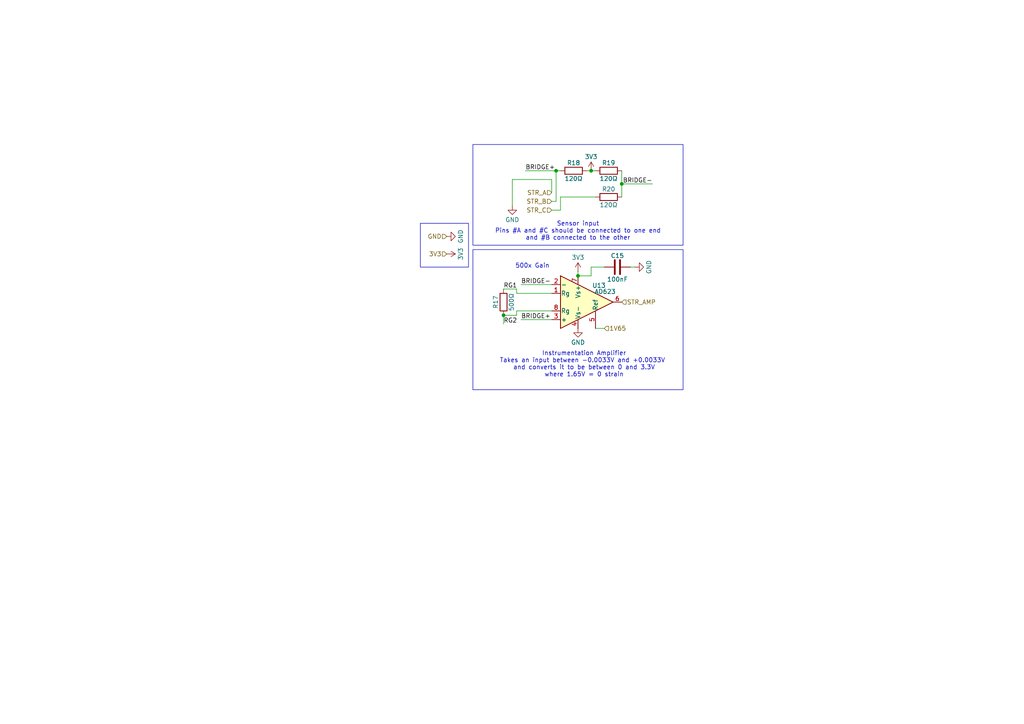
<source format=kicad_sch>
(kicad_sch
	(version 20231120)
	(generator "eeschema")
	(generator_version "8.0")
	(uuid "95315913-5271-4c7f-ae52-2a68043dab0f")
	(paper "A4")
	(title_block
		(date "27-09-2024")
		(rev "1.0.0")
	)
	(lib_symbols
		(symbol "Amplifier_Instrumentation:AD623"
			(pin_names
				(offset 0.127)
			)
			(exclude_from_sim no)
			(in_bom yes)
			(on_board yes)
			(property "Reference" "U"
				(at 3.81 7.62 0)
				(effects
					(font
						(size 1.27 1.27)
					)
				)
			)
			(property "Value" "AD623"
				(at 5.08 5.08 0)
				(effects
					(font
						(size 1.27 1.27)
					)
				)
			)
			(property "Footprint" ""
				(at 0 0 0)
				(effects
					(font
						(size 1.27 1.27)
					)
					(hide yes)
				)
			)
			(property "Datasheet" "https://www.analog.com/media/en/technical-documentation/data-sheets/AD623.pdf"
				(at 0 0 0)
				(effects
					(font
						(size 1.27 1.27)
					)
					(hide yes)
				)
			)
			(property "Description" "Single Rail-to-Rail, Low Cost Instrumentation Amplifier, DIP-8/SOIC-8/MSOP-8"
				(at 0 0 0)
				(effects
					(font
						(size 1.27 1.27)
					)
					(hide yes)
				)
			)
			(property "ki_keywords" "single instumentation amplifier"
				(at 0 0 0)
				(effects
					(font
						(size 1.27 1.27)
					)
					(hide yes)
				)
			)
			(property "ki_fp_filters" "SOIC*P1.27mm* DIP*W7.62mm*"
				(at 0 0 0)
				(effects
					(font
						(size 1.27 1.27)
					)
					(hide yes)
				)
			)
			(symbol "AD623_0_1"
				(polyline
					(pts
						(xy -7.62 7.62) (xy -7.62 -7.62) (xy 7.62 0) (xy -7.62 7.62)
					)
					(stroke
						(width 0.254)
						(type default)
					)
					(fill
						(type background)
					)
				)
			)
			(symbol "AD623_1_1"
				(pin passive line
					(at -10.16 2.54 0)
					(length 2.54)
					(name "Rg"
						(effects
							(font
								(size 1.27 1.27)
							)
						)
					)
					(number "1"
						(effects
							(font
								(size 1.27 1.27)
							)
						)
					)
				)
				(pin input line
					(at -10.16 5.08 0)
					(length 2.54)
					(name "-"
						(effects
							(font
								(size 1.27 1.27)
							)
						)
					)
					(number "2"
						(effects
							(font
								(size 1.27 1.27)
							)
						)
					)
				)
				(pin input line
					(at -10.16 -5.08 0)
					(length 2.54)
					(name "+"
						(effects
							(font
								(size 1.27 1.27)
							)
						)
					)
					(number "3"
						(effects
							(font
								(size 1.27 1.27)
							)
						)
					)
				)
				(pin power_in line
					(at -2.54 -7.62 90)
					(length 2.54)
					(name "Vs-"
						(effects
							(font
								(size 1.27 1.27)
							)
						)
					)
					(number "4"
						(effects
							(font
								(size 1.27 1.27)
							)
						)
					)
				)
				(pin passive line
					(at 2.54 -7.62 90)
					(length 5.08)
					(name "Ref"
						(effects
							(font
								(size 1.27 1.27)
							)
						)
					)
					(number "5"
						(effects
							(font
								(size 1.27 1.27)
							)
						)
					)
				)
				(pin output line
					(at 10.16 0 180)
					(length 2.54)
					(name "~"
						(effects
							(font
								(size 1.27 1.27)
							)
						)
					)
					(number "6"
						(effects
							(font
								(size 1.27 1.27)
							)
						)
					)
				)
				(pin power_in line
					(at -2.54 7.62 270)
					(length 2.54)
					(name "Vs+"
						(effects
							(font
								(size 1.27 1.27)
							)
						)
					)
					(number "7"
						(effects
							(font
								(size 1.27 1.27)
							)
						)
					)
				)
				(pin passive line
					(at -10.16 -2.54 0)
					(length 2.54)
					(name "Rg"
						(effects
							(font
								(size 1.27 1.27)
							)
						)
					)
					(number "8"
						(effects
							(font
								(size 1.27 1.27)
							)
						)
					)
				)
			)
		)
		(symbol "Device:C"
			(pin_numbers hide)
			(pin_names
				(offset 0.254)
			)
			(exclude_from_sim no)
			(in_bom yes)
			(on_board yes)
			(property "Reference" "C"
				(at 0.635 2.54 0)
				(effects
					(font
						(size 1.27 1.27)
					)
					(justify left)
				)
			)
			(property "Value" "C"
				(at 0.635 -2.54 0)
				(effects
					(font
						(size 1.27 1.27)
					)
					(justify left)
				)
			)
			(property "Footprint" ""
				(at 0.9652 -3.81 0)
				(effects
					(font
						(size 1.27 1.27)
					)
					(hide yes)
				)
			)
			(property "Datasheet" "~"
				(at 0 0 0)
				(effects
					(font
						(size 1.27 1.27)
					)
					(hide yes)
				)
			)
			(property "Description" "Unpolarized capacitor"
				(at 0 0 0)
				(effects
					(font
						(size 1.27 1.27)
					)
					(hide yes)
				)
			)
			(property "ki_keywords" "cap capacitor"
				(at 0 0 0)
				(effects
					(font
						(size 1.27 1.27)
					)
					(hide yes)
				)
			)
			(property "ki_fp_filters" "C_*"
				(at 0 0 0)
				(effects
					(font
						(size 1.27 1.27)
					)
					(hide yes)
				)
			)
			(symbol "C_0_1"
				(polyline
					(pts
						(xy -2.032 -0.762) (xy 2.032 -0.762)
					)
					(stroke
						(width 0.508)
						(type default)
					)
					(fill
						(type none)
					)
				)
				(polyline
					(pts
						(xy -2.032 0.762) (xy 2.032 0.762)
					)
					(stroke
						(width 0.508)
						(type default)
					)
					(fill
						(type none)
					)
				)
			)
			(symbol "C_1_1"
				(pin passive line
					(at 0 3.81 270)
					(length 2.794)
					(name "~"
						(effects
							(font
								(size 1.27 1.27)
							)
						)
					)
					(number "1"
						(effects
							(font
								(size 1.27 1.27)
							)
						)
					)
				)
				(pin passive line
					(at 0 -3.81 90)
					(length 2.794)
					(name "~"
						(effects
							(font
								(size 1.27 1.27)
							)
						)
					)
					(number "2"
						(effects
							(font
								(size 1.27 1.27)
							)
						)
					)
				)
			)
		)
		(symbol "Device:R"
			(pin_numbers hide)
			(pin_names
				(offset 0)
			)
			(exclude_from_sim no)
			(in_bom yes)
			(on_board yes)
			(property "Reference" "R"
				(at 2.032 0 90)
				(effects
					(font
						(size 1.27 1.27)
					)
				)
			)
			(property "Value" "R"
				(at 0 0 90)
				(effects
					(font
						(size 1.27 1.27)
					)
				)
			)
			(property "Footprint" ""
				(at -1.778 0 90)
				(effects
					(font
						(size 1.27 1.27)
					)
					(hide yes)
				)
			)
			(property "Datasheet" "~"
				(at 0 0 0)
				(effects
					(font
						(size 1.27 1.27)
					)
					(hide yes)
				)
			)
			(property "Description" "Resistor"
				(at 0 0 0)
				(effects
					(font
						(size 1.27 1.27)
					)
					(hide yes)
				)
			)
			(property "ki_keywords" "R res resistor"
				(at 0 0 0)
				(effects
					(font
						(size 1.27 1.27)
					)
					(hide yes)
				)
			)
			(property "ki_fp_filters" "R_*"
				(at 0 0 0)
				(effects
					(font
						(size 1.27 1.27)
					)
					(hide yes)
				)
			)
			(symbol "R_0_1"
				(rectangle
					(start -1.016 -2.54)
					(end 1.016 2.54)
					(stroke
						(width 0.254)
						(type default)
					)
					(fill
						(type none)
					)
				)
			)
			(symbol "R_1_1"
				(pin passive line
					(at 0 3.81 270)
					(length 1.27)
					(name "~"
						(effects
							(font
								(size 1.27 1.27)
							)
						)
					)
					(number "1"
						(effects
							(font
								(size 1.27 1.27)
							)
						)
					)
				)
				(pin passive line
					(at 0 -3.81 90)
					(length 1.27)
					(name "~"
						(effects
							(font
								(size 1.27 1.27)
							)
						)
					)
					(number "2"
						(effects
							(font
								(size 1.27 1.27)
							)
						)
					)
				)
			)
		)
		(symbol "power:+12V"
			(power)
			(pin_numbers hide)
			(pin_names
				(offset 0) hide)
			(exclude_from_sim no)
			(in_bom yes)
			(on_board yes)
			(property "Reference" "#PWR"
				(at 0 -3.81 0)
				(effects
					(font
						(size 1.27 1.27)
					)
					(hide yes)
				)
			)
			(property "Value" "+12V"
				(at 0 3.556 0)
				(effects
					(font
						(size 1.27 1.27)
					)
				)
			)
			(property "Footprint" ""
				(at 0 0 0)
				(effects
					(font
						(size 1.27 1.27)
					)
					(hide yes)
				)
			)
			(property "Datasheet" ""
				(at 0 0 0)
				(effects
					(font
						(size 1.27 1.27)
					)
					(hide yes)
				)
			)
			(property "Description" "Power symbol creates a global label with name \"+12V\""
				(at 0 0 0)
				(effects
					(font
						(size 1.27 1.27)
					)
					(hide yes)
				)
			)
			(property "ki_keywords" "global power"
				(at 0 0 0)
				(effects
					(font
						(size 1.27 1.27)
					)
					(hide yes)
				)
			)
			(symbol "+12V_0_1"
				(polyline
					(pts
						(xy -0.762 1.27) (xy 0 2.54)
					)
					(stroke
						(width 0)
						(type default)
					)
					(fill
						(type none)
					)
				)
				(polyline
					(pts
						(xy 0 0) (xy 0 2.54)
					)
					(stroke
						(width 0)
						(type default)
					)
					(fill
						(type none)
					)
				)
				(polyline
					(pts
						(xy 0 2.54) (xy 0.762 1.27)
					)
					(stroke
						(width 0)
						(type default)
					)
					(fill
						(type none)
					)
				)
			)
			(symbol "+12V_1_1"
				(pin power_in line
					(at 0 0 90)
					(length 0)
					(name "~"
						(effects
							(font
								(size 1.27 1.27)
							)
						)
					)
					(number "1"
						(effects
							(font
								(size 1.27 1.27)
							)
						)
					)
				)
			)
		)
		(symbol "power:GND"
			(power)
			(pin_numbers hide)
			(pin_names
				(offset 0) hide)
			(exclude_from_sim no)
			(in_bom yes)
			(on_board yes)
			(property "Reference" "#PWR"
				(at 0 -6.35 0)
				(effects
					(font
						(size 1.27 1.27)
					)
					(hide yes)
				)
			)
			(property "Value" "GND"
				(at 0 -3.81 0)
				(effects
					(font
						(size 1.27 1.27)
					)
				)
			)
			(property "Footprint" ""
				(at 0 0 0)
				(effects
					(font
						(size 1.27 1.27)
					)
					(hide yes)
				)
			)
			(property "Datasheet" ""
				(at 0 0 0)
				(effects
					(font
						(size 1.27 1.27)
					)
					(hide yes)
				)
			)
			(property "Description" "Power symbol creates a global label with name \"GND\" , ground"
				(at 0 0 0)
				(effects
					(font
						(size 1.27 1.27)
					)
					(hide yes)
				)
			)
			(property "ki_keywords" "global power"
				(at 0 0 0)
				(effects
					(font
						(size 1.27 1.27)
					)
					(hide yes)
				)
			)
			(symbol "GND_0_1"
				(polyline
					(pts
						(xy 0 0) (xy 0 -1.27) (xy 1.27 -1.27) (xy 0 -2.54) (xy -1.27 -1.27) (xy 0 -1.27)
					)
					(stroke
						(width 0)
						(type default)
					)
					(fill
						(type none)
					)
				)
			)
			(symbol "GND_1_1"
				(pin power_in line
					(at 0 0 270)
					(length 0)
					(name "~"
						(effects
							(font
								(size 1.27 1.27)
							)
						)
					)
					(number "1"
						(effects
							(font
								(size 1.27 1.27)
							)
						)
					)
				)
			)
		)
	)
	(junction
		(at 171.45 49.53)
		(diameter 0)
		(color 0 0 0 0)
		(uuid "2705c6b2-ef8b-4ba0-a207-53ec4cfa7a85")
	)
	(junction
		(at 161.29 49.53)
		(diameter 0)
		(color 0 0 0 0)
		(uuid "3cec3439-6811-4261-84b8-a3981a06ef34")
	)
	(junction
		(at 180.34 53.34)
		(diameter 0)
		(color 0 0 0 0)
		(uuid "6f025ae3-0722-48fe-a7e1-c695978fcfc9")
	)
	(junction
		(at 146.05 91.44)
		(diameter 0)
		(color 0 0 0 0)
		(uuid "906cbe49-7862-473a-969b-8d0184988fee")
	)
	(junction
		(at 167.64 80.01)
		(diameter 0)
		(color 0 0 0 0)
		(uuid "e2a124fb-7c47-4a62-9320-600d47b24de9")
	)
	(wire
		(pts
			(xy 151.13 92.71) (xy 160.02 92.71)
		)
		(stroke
			(width 0)
			(type default)
		)
		(uuid "124b99c7-1743-4c44-b1ac-c249ac14db87")
	)
	(wire
		(pts
			(xy 149.86 90.17) (xy 160.02 90.17)
		)
		(stroke
			(width 0)
			(type default)
		)
		(uuid "1ca02230-2c0e-47aa-8378-ebcafc34f587")
	)
	(wire
		(pts
			(xy 161.29 58.42) (xy 161.29 49.53)
		)
		(stroke
			(width 0)
			(type default)
		)
		(uuid "1ead52a5-e82e-491c-9e7e-c1894a4248c4")
	)
	(wire
		(pts
			(xy 148.59 52.07) (xy 148.59 59.69)
		)
		(stroke
			(width 0)
			(type default)
		)
		(uuid "254b7550-5a07-4e10-95b5-ee8e0c98cfc4")
	)
	(wire
		(pts
			(xy 151.13 82.55) (xy 160.02 82.55)
		)
		(stroke
			(width 0)
			(type default)
		)
		(uuid "2a7ee400-60e1-461a-a03f-77764521929f")
	)
	(wire
		(pts
			(xy 180.34 53.34) (xy 189.23 53.34)
		)
		(stroke
			(width 0)
			(type default)
		)
		(uuid "35fb04ec-106c-4fe6-bc47-37ff8fd2c544")
	)
	(wire
		(pts
			(xy 160.02 52.07) (xy 160.02 55.88)
		)
		(stroke
			(width 0)
			(type default)
		)
		(uuid "3f2e6233-d185-4397-9e23-72c83d24180f")
	)
	(wire
		(pts
			(xy 146.05 91.44) (xy 149.86 91.44)
		)
		(stroke
			(width 0)
			(type default)
		)
		(uuid "47bcd291-cb03-4378-b18f-9ae94d084fc4")
	)
	(wire
		(pts
			(xy 149.86 85.09) (xy 149.86 83.82)
		)
		(stroke
			(width 0)
			(type default)
		)
		(uuid "51753acc-b327-4da1-8d6b-950a2f54b6ec")
	)
	(wire
		(pts
			(xy 180.34 53.34) (xy 180.34 57.15)
		)
		(stroke
			(width 0)
			(type default)
		)
		(uuid "529a5f20-757e-4fe7-9f46-c6e8a4a69cfd")
	)
	(wire
		(pts
			(xy 149.86 91.44) (xy 149.86 90.17)
		)
		(stroke
			(width 0)
			(type default)
		)
		(uuid "5312a075-aae4-4563-adc2-a9d79d3be8fa")
	)
	(wire
		(pts
			(xy 160.02 52.07) (xy 148.59 52.07)
		)
		(stroke
			(width 0)
			(type default)
		)
		(uuid "59f21da7-385f-469d-9ea6-e637d43b9167")
	)
	(wire
		(pts
			(xy 170.18 49.53) (xy 171.45 49.53)
		)
		(stroke
			(width 0)
			(type default)
		)
		(uuid "60694ab8-68ab-4443-b6a8-cd3ed17a7cdc")
	)
	(wire
		(pts
			(xy 161.29 49.53) (xy 162.56 49.53)
		)
		(stroke
			(width 0)
			(type default)
		)
		(uuid "6fae627a-7c25-47e7-a4e9-b4d9bd13d5f8")
	)
	(wire
		(pts
			(xy 149.86 83.82) (xy 146.05 83.82)
		)
		(stroke
			(width 0)
			(type default)
		)
		(uuid "70215d76-dd9a-4292-8931-59d81e09735a")
	)
	(wire
		(pts
			(xy 171.45 77.47) (xy 171.45 80.01)
		)
		(stroke
			(width 0)
			(type default)
		)
		(uuid "7352f6db-d158-49f7-88b5-bac4b326d375")
	)
	(wire
		(pts
			(xy 162.56 60.96) (xy 160.02 60.96)
		)
		(stroke
			(width 0)
			(type default)
		)
		(uuid "80b21045-196c-472d-8431-5ec1dc49cf0e")
	)
	(wire
		(pts
			(xy 162.56 57.15) (xy 172.72 57.15)
		)
		(stroke
			(width 0)
			(type default)
		)
		(uuid "928d38ef-3572-4c93-8d99-fae0e37168e1")
	)
	(wire
		(pts
			(xy 172.72 95.25) (xy 175.26 95.25)
		)
		(stroke
			(width 0)
			(type default)
		)
		(uuid "9460f559-950a-4ac7-81f5-0410d8fec359")
	)
	(wire
		(pts
			(xy 171.45 80.01) (xy 167.64 80.01)
		)
		(stroke
			(width 0)
			(type default)
		)
		(uuid "9b98634c-fdb8-405f-989b-e819862482b6")
	)
	(wire
		(pts
			(xy 180.34 49.53) (xy 180.34 53.34)
		)
		(stroke
			(width 0)
			(type default)
		)
		(uuid "b80493aa-ba42-4254-9b08-85b884cc20c7")
	)
	(wire
		(pts
			(xy 184.15 77.47) (xy 182.88 77.47)
		)
		(stroke
			(width 0)
			(type default)
		)
		(uuid "bd04ca85-3ebb-4aba-85cd-3a2a3538ef49")
	)
	(wire
		(pts
			(xy 171.45 49.53) (xy 172.72 49.53)
		)
		(stroke
			(width 0)
			(type default)
		)
		(uuid "c2207799-0a91-4150-866b-33c89e840b8f")
	)
	(wire
		(pts
			(xy 146.05 91.44) (xy 146.05 93.98)
		)
		(stroke
			(width 0)
			(type default)
		)
		(uuid "c5766b1f-7f8e-40ca-8075-5d8bd4278f2d")
	)
	(wire
		(pts
			(xy 152.4 49.53) (xy 161.29 49.53)
		)
		(stroke
			(width 0)
			(type default)
		)
		(uuid "d0579a1f-a029-4a23-99e9-6ff2ad5bec51")
	)
	(wire
		(pts
			(xy 167.64 78.74) (xy 167.64 80.01)
		)
		(stroke
			(width 0)
			(type default)
		)
		(uuid "d14c4eba-067a-4e8a-aac8-e9b50ca7b9fd")
	)
	(wire
		(pts
			(xy 160.02 58.42) (xy 161.29 58.42)
		)
		(stroke
			(width 0)
			(type default)
		)
		(uuid "d59bbcca-a690-4a7c-a88a-300773e6d880")
	)
	(wire
		(pts
			(xy 149.86 85.09) (xy 160.02 85.09)
		)
		(stroke
			(width 0)
			(type default)
		)
		(uuid "e1b733c5-36bc-4ce7-8db0-92c3b8431b07")
	)
	(wire
		(pts
			(xy 171.45 77.47) (xy 175.26 77.47)
		)
		(stroke
			(width 0)
			(type default)
		)
		(uuid "e63ba159-4db9-4f21-a004-ee635f8598f0")
	)
	(wire
		(pts
			(xy 162.56 57.15) (xy 162.56 60.96)
		)
		(stroke
			(width 0)
			(type default)
		)
		(uuid "f8c9244e-f889-4689-b6b3-cb337eba2de0")
	)
	(rectangle
		(start 121.92 64.77)
		(end 135.89 77.47)
		(stroke
			(width 0)
			(type default)
		)
		(fill
			(type none)
		)
		(uuid 17b613ea-e65e-489b-8f72-d61a859bab0c)
	)
	(rectangle
		(start 137.16 72.39)
		(end 198.12 113.03)
		(stroke
			(width 0)
			(type default)
		)
		(fill
			(type none)
		)
		(uuid 937e454b-98fd-415e-a33e-4c2111d6fa0f)
	)
	(rectangle
		(start 137.16 41.91)
		(end 198.12 71.12)
		(stroke
			(width 0)
			(type default)
		)
		(fill
			(type none)
		)
		(uuid a0e495ba-ce97-4540-ad54-95b7313defd6)
	)
	(text "Instrumentation Amplifier\nTakes an input between -0.0033V and +0.0033V \nand converts it to be between 0 and 3.3V\nwhere 1.65V = 0 strain"
		(exclude_from_sim no)
		(at 169.418 105.664 0)
		(effects
			(font
				(size 1.27 1.27)
			)
		)
		(uuid "2ddb45c0-4d7f-4147-b8c1-8a5b88035401")
	)
	(text "500x Gain"
		(exclude_from_sim no)
		(at 154.432 77.216 0)
		(effects
			(font
				(size 1.27 1.27)
			)
		)
		(uuid "7ff10e13-3e2e-4740-8754-805ea3094e37")
	)
	(text "Sensor input\nPins #A and #C should be connected to one end\nand #B connected to the other"
		(exclude_from_sim no)
		(at 167.64 67.056 0)
		(effects
			(font
				(size 1.27 1.27)
			)
		)
		(uuid "a0b9a3a3-9cca-49ed-9992-b6cde2a983ed")
	)
	(label "BRIDGE+"
		(at 151.13 92.71 0)
		(effects
			(font
				(size 1.27 1.27)
			)
			(justify left bottom)
		)
		(uuid "14a1fcf8-0c34-4196-8260-3b1952b6774c")
	)
	(label "BRIDGE-"
		(at 189.23 53.34 180)
		(effects
			(font
				(size 1.27 1.27)
			)
			(justify right bottom)
		)
		(uuid "1727f7b3-95d4-4550-a76c-6ecb15c6b7af")
	)
	(label "RG2"
		(at 146.05 93.98 0)
		(effects
			(font
				(size 1.27 1.27)
			)
			(justify left bottom)
		)
		(uuid "19af6d22-0e29-4c4d-9402-0e87824c14ec")
	)
	(label "BRIDGE+"
		(at 152.4 49.53 0)
		(effects
			(font
				(size 1.27 1.27)
			)
			(justify left bottom)
		)
		(uuid "2b874314-47b0-4234-b1b2-d6e5f1489627")
	)
	(label "RG1"
		(at 146.05 83.82 0)
		(effects
			(font
				(size 1.27 1.27)
			)
			(justify left bottom)
		)
		(uuid "5c4b9e53-14ab-485d-abd5-1692a361dfd2")
	)
	(label "BRIDGE-"
		(at 151.13 82.55 0)
		(effects
			(font
				(size 1.27 1.27)
			)
			(justify left bottom)
		)
		(uuid "af360a14-80d5-4789-9a5e-8800787aa0bb")
	)
	(hierarchical_label "1V65"
		(shape input)
		(at 175.26 95.25 0)
		(effects
			(font
				(size 1.27 1.27)
			)
			(justify left)
		)
		(uuid "27f5a238-0b55-48c6-97cb-f8d98b2cd504")
	)
	(hierarchical_label "STR_AMP"
		(shape input)
		(at 180.34 87.63 0)
		(effects
			(font
				(size 1.27 1.27)
			)
			(justify left)
		)
		(uuid "428656dd-18e2-4355-984e-8519055efc92")
	)
	(hierarchical_label "STR_A"
		(shape input)
		(at 160.02 55.88 180)
		(effects
			(font
				(size 1.27 1.27)
			)
			(justify right)
		)
		(uuid "6c577222-d950-499f-b091-bcfc47307494")
	)
	(hierarchical_label "STR_B"
		(shape input)
		(at 160.02 58.42 180)
		(effects
			(font
				(size 1.27 1.27)
			)
			(justify right)
		)
		(uuid "80cdd0ce-b0f5-4186-a44a-51864a95efdd")
	)
	(hierarchical_label "3V3"
		(shape input)
		(at 129.54 73.66 180)
		(effects
			(font
				(size 1.27 1.27)
			)
			(justify right)
		)
		(uuid "8da18e18-acaa-4237-b660-e8860dbed5c7")
	)
	(hierarchical_label "STR_C"
		(shape input)
		(at 160.02 60.96 180)
		(effects
			(font
				(size 1.27 1.27)
			)
			(justify right)
		)
		(uuid "a031a003-50ac-4631-840e-0abb06155c40")
	)
	(hierarchical_label "GND"
		(shape input)
		(at 129.54 68.58 180)
		(effects
			(font
				(size 1.27 1.27)
			)
			(justify right)
		)
		(uuid "ea712340-4d4c-477e-826d-2f3f2a4ff7db")
	)
	(symbol
		(lib_id "Device:C")
		(at 179.07 77.47 270)
		(mirror x)
		(unit 1)
		(exclude_from_sim no)
		(in_bom yes)
		(on_board yes)
		(dnp no)
		(uuid "154e0f9e-f458-49f1-a20d-3e7d7d9bac23")
		(property "Reference" "C15"
			(at 179.07 74.168 90)
			(effects
				(font
					(size 1.27 1.27)
				)
			)
		)
		(property "Value" "100nF"
			(at 179.07 81.026 90)
			(effects
				(font
					(size 1.27 1.27)
				)
			)
		)
		(property "Footprint" "Capacitor_SMD:C_0603_1608Metric"
			(at 175.26 76.5048 0)
			(effects
				(font
					(size 1.27 1.27)
				)
				(hide yes)
			)
		)
		(property "Datasheet" "~"
			(at 179.07 77.47 0)
			(effects
				(font
					(size 1.27 1.27)
				)
				(hide yes)
			)
		)
		(property "Description" "Unpolarized capacitor"
			(at 179.07 77.47 0)
			(effects
				(font
					(size 1.27 1.27)
				)
				(hide yes)
			)
		)
		(pin "2"
			(uuid "04dbddec-642d-4f95-be61-7ab57e2b1df6")
		)
		(pin "1"
			(uuid "6da985cb-5348-4c0b-a075-f24ead24ba57")
		)
		(instances
			(project ""
				(path "/0ca2cb63-0696-4fd2-a673-96bebc3f6d80/0af1faf4-1135-4320-b6d2-efef838d8180"
					(reference "C15")
					(unit 1)
				)
				(path "/0ca2cb63-0696-4fd2-a673-96bebc3f6d80/1d860569-38e8-4348-83a3-2047226f23fd"
					(reference "C19")
					(unit 1)
				)
				(path "/0ca2cb63-0696-4fd2-a673-96bebc3f6d80/1e530378-627a-417d-a871-da04d12ee521"
					(reference "C12")
					(unit 1)
				)
				(path "/0ca2cb63-0696-4fd2-a673-96bebc3f6d80/23d7ea5d-fc0f-4869-ba3b-8f3df4952496"
					(reference "C18")
					(unit 1)
				)
				(path "/0ca2cb63-0696-4fd2-a673-96bebc3f6d80/766fe88d-3c18-4522-b521-a27ca1bbfc05"
					(reference "C16")
					(unit 1)
				)
				(path "/0ca2cb63-0696-4fd2-a673-96bebc3f6d80/acc4cee2-17fd-49d4-a81f-33f70a1e312c"
					(reference "C10")
					(unit 1)
				)
				(path "/0ca2cb63-0696-4fd2-a673-96bebc3f6d80/addb9b66-ce74-4e2e-9a55-3f248efed21f"
					(reference "C14")
					(unit 1)
				)
				(path "/0ca2cb63-0696-4fd2-a673-96bebc3f6d80/c7cee751-5dfe-47fe-bc00-7a65d61a2883"
					(reference "C21")
					(unit 1)
				)
				(path "/0ca2cb63-0696-4fd2-a673-96bebc3f6d80/c8b8145d-9114-47d1-af6d-0004729958f1"
					(reference "C20")
					(unit 1)
				)
				(path "/0ca2cb63-0696-4fd2-a673-96bebc3f6d80/cd7d39df-e1ed-4d96-b0a8-3d5ab623c586"
					(reference "C13")
					(unit 1)
				)
				(path "/0ca2cb63-0696-4fd2-a673-96bebc3f6d80/e8cafef5-f779-42ae-b6d5-1550ede50252"
					(reference "C11")
					(unit 1)
				)
				(path "/0ca2cb63-0696-4fd2-a673-96bebc3f6d80/f2622416-9d1e-4cb0-960d-e48b9548ec9c"
					(reference "C17")
					(unit 1)
				)
			)
		)
	)
	(symbol
		(lib_id "Amplifier_Instrumentation:AD623")
		(at 170.18 87.63 0)
		(unit 1)
		(exclude_from_sim no)
		(in_bom yes)
		(on_board yes)
		(dnp no)
		(uuid "2b325c85-9b15-4606-8d53-0c031bd442b5")
		(property "Reference" "U13"
			(at 173.736 82.804 0)
			(effects
				(font
					(size 1.27 1.27)
				)
			)
		)
		(property "Value" "AD623"
			(at 175.514 84.582 0)
			(effects
				(font
					(size 1.27 1.27)
				)
			)
		)
		(property "Footprint" "Package_SO:MSOP-8_3x3mm_P0.65mm"
			(at 170.18 87.63 0)
			(effects
				(font
					(size 1.27 1.27)
				)
				(hide yes)
			)
		)
		(property "Datasheet" "https://www.analog.com/media/en/technical-documentation/data-sheets/AD623.pdf"
			(at 170.18 87.63 0)
			(effects
				(font
					(size 1.27 1.27)
				)
				(hide yes)
			)
		)
		(property "Description" "Single Rail-to-Rail, Low Cost Instrumentation Amplifier, DIP-8/SOIC-8/MSOP-8"
			(at 170.18 87.63 0)
			(effects
				(font
					(size 1.27 1.27)
				)
				(hide yes)
			)
		)
		(property "Sim.Library" "lib\\ad623\\ad623.cir"
			(at 170.18 87.63 0)
			(effects
				(font
					(size 1.27 1.27)
				)
				(hide yes)
			)
		)
		(property "Sim.Name" "AD623"
			(at 170.18 87.63 0)
			(effects
				(font
					(size 1.27 1.27)
				)
				(hide yes)
			)
		)
		(property "Sim.Device" "SUBCKT"
			(at 170.18 87.63 0)
			(effects
				(font
					(size 1.27 1.27)
				)
				(hide yes)
			)
		)
		(property "Sim.Pins" "1=Rg+ 2=IN- 3=IN+ 4=50 5=REF 6=OUT 7=99 8=Rg-"
			(at 170.18 87.63 0)
			(effects
				(font
					(size 1.27 1.27)
				)
				(hide yes)
			)
		)
		(pin "4"
			(uuid "b2545e8a-86c8-4ad6-92c8-1a626d67823b")
		)
		(pin "2"
			(uuid "06391e5f-c4d9-4b7c-9cb9-025ded090259")
		)
		(pin "1"
			(uuid "f110ea7e-9bca-45ce-958f-e3275d73c800")
		)
		(pin "8"
			(uuid "718646c1-3177-4e49-9fc6-ce376ff8f447")
		)
		(pin "6"
			(uuid "1620e8ad-0fd4-4e8f-ba83-0332bd00c420")
		)
		(pin "7"
			(uuid "d33df6dc-3632-4a43-8350-ef699df396ae")
		)
		(pin "3"
			(uuid "8ff7f0e7-ce4d-4b11-af20-5771897d67bc")
		)
		(pin "5"
			(uuid "9111ffaa-993f-46ea-92a8-2510923d0dfa")
		)
		(instances
			(project "sensor-board"
				(path "/0ca2cb63-0696-4fd2-a673-96bebc3f6d80/0af1faf4-1135-4320-b6d2-efef838d8180"
					(reference "U13")
					(unit 1)
				)
				(path "/0ca2cb63-0696-4fd2-a673-96bebc3f6d80/1d860569-38e8-4348-83a3-2047226f23fd"
					(reference "U17")
					(unit 1)
				)
				(path "/0ca2cb63-0696-4fd2-a673-96bebc3f6d80/1e530378-627a-417d-a871-da04d12ee521"
					(reference "U10")
					(unit 1)
				)
				(path "/0ca2cb63-0696-4fd2-a673-96bebc3f6d80/23d7ea5d-fc0f-4869-ba3b-8f3df4952496"
					(reference "U16")
					(unit 1)
				)
				(path "/0ca2cb63-0696-4fd2-a673-96bebc3f6d80/766fe88d-3c18-4522-b521-a27ca1bbfc05"
					(reference "U14")
					(unit 1)
				)
				(path "/0ca2cb63-0696-4fd2-a673-96bebc3f6d80/acc4cee2-17fd-49d4-a81f-33f70a1e312c"
					(reference "U7")
					(unit 1)
				)
				(path "/0ca2cb63-0696-4fd2-a673-96bebc3f6d80/addb9b66-ce74-4e2e-9a55-3f248efed21f"
					(reference "U12")
					(unit 1)
				)
				(path "/0ca2cb63-0696-4fd2-a673-96bebc3f6d80/c7cee751-5dfe-47fe-bc00-7a65d61a2883"
					(reference "U19")
					(unit 1)
				)
				(path "/0ca2cb63-0696-4fd2-a673-96bebc3f6d80/c8b8145d-9114-47d1-af6d-0004729958f1"
					(reference "U18")
					(unit 1)
				)
				(path "/0ca2cb63-0696-4fd2-a673-96bebc3f6d80/cd7d39df-e1ed-4d96-b0a8-3d5ab623c586"
					(reference "U11")
					(unit 1)
				)
				(path "/0ca2cb63-0696-4fd2-a673-96bebc3f6d80/e8cafef5-f779-42ae-b6d5-1550ede50252"
					(reference "U9")
					(unit 1)
				)
				(path "/0ca2cb63-0696-4fd2-a673-96bebc3f6d80/f2622416-9d1e-4cb0-960d-e48b9548ec9c"
					(reference "U15")
					(unit 1)
				)
			)
		)
	)
	(symbol
		(lib_id "power:GND")
		(at 148.59 59.69 0)
		(unit 1)
		(exclude_from_sim no)
		(in_bom yes)
		(on_board yes)
		(dnp no)
		(uuid "4104ee6f-b069-4379-9688-64e539786f62")
		(property "Reference" "#PWR057"
			(at 148.59 66.04 0)
			(effects
				(font
					(size 1.27 1.27)
				)
				(hide yes)
			)
		)
		(property "Value" "GND"
			(at 148.59 63.754 0)
			(effects
				(font
					(size 1.27 1.27)
				)
			)
		)
		(property "Footprint" ""
			(at 148.59 59.69 0)
			(effects
				(font
					(size 1.27 1.27)
				)
				(hide yes)
			)
		)
		(property "Datasheet" ""
			(at 148.59 59.69 0)
			(effects
				(font
					(size 1.27 1.27)
				)
				(hide yes)
			)
		)
		(property "Description" "Power symbol creates a global label with name \"GND\" , ground"
			(at 148.59 59.69 0)
			(effects
				(font
					(size 1.27 1.27)
				)
				(hide yes)
			)
		)
		(pin "1"
			(uuid "73bce687-e60e-48ad-b085-5f02c9d05551")
		)
		(instances
			(project "sensor-board"
				(path "/0ca2cb63-0696-4fd2-a673-96bebc3f6d80/0af1faf4-1135-4320-b6d2-efef838d8180"
					(reference "#PWR057")
					(unit 1)
				)
				(path "/0ca2cb63-0696-4fd2-a673-96bebc3f6d80/1d860569-38e8-4348-83a3-2047226f23fd"
					(reference "#PWR081")
					(unit 1)
				)
				(path "/0ca2cb63-0696-4fd2-a673-96bebc3f6d80/1e530378-627a-417d-a871-da04d12ee521"
					(reference "#PWR014")
					(unit 1)
				)
				(path "/0ca2cb63-0696-4fd2-a673-96bebc3f6d80/23d7ea5d-fc0f-4869-ba3b-8f3df4952496"
					(reference "#PWR075")
					(unit 1)
				)
				(path "/0ca2cb63-0696-4fd2-a673-96bebc3f6d80/766fe88d-3c18-4522-b521-a27ca1bbfc05"
					(reference "#PWR063")
					(unit 1)
				)
				(path "/0ca2cb63-0696-4fd2-a673-96bebc3f6d80/acc4cee2-17fd-49d4-a81f-33f70a1e312c"
					(reference "#PWR044")
					(unit 1)
				)
				(path "/0ca2cb63-0696-4fd2-a673-96bebc3f6d80/addb9b66-ce74-4e2e-9a55-3f248efed21f"
					(reference "#PWR050")
					(unit 1)
				)
				(path "/0ca2cb63-0696-4fd2-a673-96bebc3f6d80/c7cee751-5dfe-47fe-bc00-7a65d61a2883"
					(reference "#PWR093")
					(unit 1)
				)
				(path "/0ca2cb63-0696-4fd2-a673-96bebc3f6d80/c8b8145d-9114-47d1-af6d-0004729958f1"
					(reference "#PWR087")
					(unit 1)
				)
				(path "/0ca2cb63-0696-4fd2-a673-96bebc3f6d80/cd7d39df-e1ed-4d96-b0a8-3d5ab623c586"
					(reference "#PWR020")
					(unit 1)
				)
				(path "/0ca2cb63-0696-4fd2-a673-96bebc3f6d80/e8cafef5-f779-42ae-b6d5-1550ede50252"
					(reference "#PWR08")
					(unit 1)
				)
				(path "/0ca2cb63-0696-4fd2-a673-96bebc3f6d80/f2622416-9d1e-4cb0-960d-e48b9548ec9c"
					(reference "#PWR069")
					(unit 1)
				)
			)
		)
	)
	(symbol
		(lib_id "Device:R")
		(at 146.05 87.63 0)
		(mirror x)
		(unit 1)
		(exclude_from_sim no)
		(in_bom yes)
		(on_board yes)
		(dnp no)
		(uuid "5736054d-6471-4d9b-b075-775d2ad7dc44")
		(property "Reference" "R17"
			(at 143.764 87.63 90)
			(effects
				(font
					(size 1.27 1.27)
				)
			)
		)
		(property "Value" "500Ω"
			(at 148.336 87.63 90)
			(effects
				(font
					(size 1.27 1.27)
				)
			)
		)
		(property "Footprint" "Resistor_SMD:R_0603_1608Metric"
			(at 144.272 87.63 90)
			(effects
				(font
					(size 1.27 1.27)
				)
				(hide yes)
			)
		)
		(property "Datasheet" "~"
			(at 146.05 87.63 0)
			(effects
				(font
					(size 1.27 1.27)
				)
				(hide yes)
			)
		)
		(property "Description" "Resistor"
			(at 146.05 87.63 0)
			(effects
				(font
					(size 1.27 1.27)
				)
				(hide yes)
			)
		)
		(pin "2"
			(uuid "04b43736-285c-4ddd-9c29-58c7944d05b0")
		)
		(pin "1"
			(uuid "a7d7c600-ef4c-43d9-8bf8-df446efdaa83")
		)
		(instances
			(project "sensor-board"
				(path "/0ca2cb63-0696-4fd2-a673-96bebc3f6d80/0af1faf4-1135-4320-b6d2-efef838d8180"
					(reference "R17")
					(unit 1)
				)
				(path "/0ca2cb63-0696-4fd2-a673-96bebc3f6d80/1d860569-38e8-4348-83a3-2047226f23fd"
					(reference "R33")
					(unit 1)
				)
				(path "/0ca2cb63-0696-4fd2-a673-96bebc3f6d80/1e530378-627a-417d-a871-da04d12ee521"
					(reference "R5")
					(unit 1)
				)
				(path "/0ca2cb63-0696-4fd2-a673-96bebc3f6d80/23d7ea5d-fc0f-4869-ba3b-8f3df4952496"
					(reference "R29")
					(unit 1)
				)
				(path "/0ca2cb63-0696-4fd2-a673-96bebc3f6d80/766fe88d-3c18-4522-b521-a27ca1bbfc05"
					(reference "R21")
					(unit 1)
				)
				(path "/0ca2cb63-0696-4fd2-a673-96bebc3f6d80/acc4cee2-17fd-49d4-a81f-33f70a1e312c"
					(reference "R42")
					(unit 1)
				)
				(path "/0ca2cb63-0696-4fd2-a673-96bebc3f6d80/addb9b66-ce74-4e2e-9a55-3f248efed21f"
					(reference "R13")
					(unit 1)
				)
				(path "/0ca2cb63-0696-4fd2-a673-96bebc3f6d80/c7cee751-5dfe-47fe-bc00-7a65d61a2883"
					(reference "R53")
					(unit 1)
				)
				(path "/0ca2cb63-0696-4fd2-a673-96bebc3f6d80/c8b8145d-9114-47d1-af6d-0004729958f1"
					(reference "R49")
					(unit 1)
				)
				(path "/0ca2cb63-0696-4fd2-a673-96bebc3f6d80/cd7d39df-e1ed-4d96-b0a8-3d5ab623c586"
					(reference "R9")
					(unit 1)
				)
				(path "/0ca2cb63-0696-4fd2-a673-96bebc3f6d80/e8cafef5-f779-42ae-b6d5-1550ede50252"
					(reference "R1")
					(unit 1)
				)
				(path "/0ca2cb63-0696-4fd2-a673-96bebc3f6d80/f2622416-9d1e-4cb0-960d-e48b9548ec9c"
					(reference "R25")
					(unit 1)
				)
			)
		)
	)
	(symbol
		(lib_id "power:GND")
		(at 129.54 68.58 90)
		(unit 1)
		(exclude_from_sim no)
		(in_bom yes)
		(on_board yes)
		(dnp no)
		(uuid "85119684-4d5e-444a-8bd3-fd79ceeda26d")
		(property "Reference" "#PWR055"
			(at 135.89 68.58 0)
			(effects
				(font
					(size 1.27 1.27)
				)
				(hide yes)
			)
		)
		(property "Value" "GND"
			(at 133.604 68.58 0)
			(effects
				(font
					(size 1.27 1.27)
				)
			)
		)
		(property "Footprint" ""
			(at 129.54 68.58 0)
			(effects
				(font
					(size 1.27 1.27)
				)
				(hide yes)
			)
		)
		(property "Datasheet" ""
			(at 129.54 68.58 0)
			(effects
				(font
					(size 1.27 1.27)
				)
				(hide yes)
			)
		)
		(property "Description" "Power symbol creates a global label with name \"GND\" , ground"
			(at 129.54 68.58 0)
			(effects
				(font
					(size 1.27 1.27)
				)
				(hide yes)
			)
		)
		(pin "1"
			(uuid "218afc3e-3ff8-45de-8be0-08484a5f9e6f")
		)
		(instances
			(project "sensor-board"
				(path "/0ca2cb63-0696-4fd2-a673-96bebc3f6d80/0af1faf4-1135-4320-b6d2-efef838d8180"
					(reference "#PWR055")
					(unit 1)
				)
				(path "/0ca2cb63-0696-4fd2-a673-96bebc3f6d80/1d860569-38e8-4348-83a3-2047226f23fd"
					(reference "#PWR079")
					(unit 1)
				)
				(path "/0ca2cb63-0696-4fd2-a673-96bebc3f6d80/1e530378-627a-417d-a871-da04d12ee521"
					(reference "#PWR012")
					(unit 1)
				)
				(path "/0ca2cb63-0696-4fd2-a673-96bebc3f6d80/23d7ea5d-fc0f-4869-ba3b-8f3df4952496"
					(reference "#PWR073")
					(unit 1)
				)
				(path "/0ca2cb63-0696-4fd2-a673-96bebc3f6d80/766fe88d-3c18-4522-b521-a27ca1bbfc05"
					(reference "#PWR061")
					(unit 1)
				)
				(path "/0ca2cb63-0696-4fd2-a673-96bebc3f6d80/acc4cee2-17fd-49d4-a81f-33f70a1e312c"
					(reference "#PWR052")
					(unit 1)
				)
				(path "/0ca2cb63-0696-4fd2-a673-96bebc3f6d80/addb9b66-ce74-4e2e-9a55-3f248efed21f"
					(reference "#PWR026")
					(unit 1)
				)
				(path "/0ca2cb63-0696-4fd2-a673-96bebc3f6d80/c7cee751-5dfe-47fe-bc00-7a65d61a2883"
					(reference "#PWR091")
					(unit 1)
				)
				(path "/0ca2cb63-0696-4fd2-a673-96bebc3f6d80/c8b8145d-9114-47d1-af6d-0004729958f1"
					(reference "#PWR085")
					(unit 1)
				)
				(path "/0ca2cb63-0696-4fd2-a673-96bebc3f6d80/cd7d39df-e1ed-4d96-b0a8-3d5ab623c586"
					(reference "#PWR018")
					(unit 1)
				)
				(path "/0ca2cb63-0696-4fd2-a673-96bebc3f6d80/e8cafef5-f779-42ae-b6d5-1550ede50252"
					(reference "#PWR06")
					(unit 1)
				)
				(path "/0ca2cb63-0696-4fd2-a673-96bebc3f6d80/f2622416-9d1e-4cb0-960d-e48b9548ec9c"
					(reference "#PWR067")
					(unit 1)
				)
			)
		)
	)
	(symbol
		(lib_id "power:+12V")
		(at 167.64 78.74 0)
		(unit 1)
		(exclude_from_sim no)
		(in_bom yes)
		(on_board yes)
		(dnp no)
		(uuid "9b349ac6-8caa-4079-b782-dcb84e251713")
		(property "Reference" "#PWR058"
			(at 167.64 82.55 0)
			(effects
				(font
					(size 1.27 1.27)
				)
				(hide yes)
			)
		)
		(property "Value" "3V3"
			(at 167.64 74.676 0)
			(effects
				(font
					(size 1.27 1.27)
				)
			)
		)
		(property "Footprint" ""
			(at 167.64 78.74 0)
			(effects
				(font
					(size 1.27 1.27)
				)
				(hide yes)
			)
		)
		(property "Datasheet" ""
			(at 167.64 78.74 0)
			(effects
				(font
					(size 1.27 1.27)
				)
				(hide yes)
			)
		)
		(property "Description" "Power symbol creates a global label with name \"+12V\""
			(at 167.64 78.74 0)
			(effects
				(font
					(size 1.27 1.27)
				)
				(hide yes)
			)
		)
		(pin "1"
			(uuid "242e874c-5ab9-4263-9901-32198e05237a")
		)
		(instances
			(project "sensor-board"
				(path "/0ca2cb63-0696-4fd2-a673-96bebc3f6d80/0af1faf4-1135-4320-b6d2-efef838d8180"
					(reference "#PWR058")
					(unit 1)
				)
				(path "/0ca2cb63-0696-4fd2-a673-96bebc3f6d80/1d860569-38e8-4348-83a3-2047226f23fd"
					(reference "#PWR082")
					(unit 1)
				)
				(path "/0ca2cb63-0696-4fd2-a673-96bebc3f6d80/1e530378-627a-417d-a871-da04d12ee521"
					(reference "#PWR015")
					(unit 1)
				)
				(path "/0ca2cb63-0696-4fd2-a673-96bebc3f6d80/23d7ea5d-fc0f-4869-ba3b-8f3df4952496"
					(reference "#PWR076")
					(unit 1)
				)
				(path "/0ca2cb63-0696-4fd2-a673-96bebc3f6d80/766fe88d-3c18-4522-b521-a27ca1bbfc05"
					(reference "#PWR064")
					(unit 1)
				)
				(path "/0ca2cb63-0696-4fd2-a673-96bebc3f6d80/acc4cee2-17fd-49d4-a81f-33f70a1e312c"
					(reference "#PWR045")
					(unit 1)
				)
				(path "/0ca2cb63-0696-4fd2-a673-96bebc3f6d80/addb9b66-ce74-4e2e-9a55-3f248efed21f"
					(reference "#PWR051")
					(unit 1)
				)
				(path "/0ca2cb63-0696-4fd2-a673-96bebc3f6d80/c7cee751-5dfe-47fe-bc00-7a65d61a2883"
					(reference "#PWR094")
					(unit 1)
				)
				(path "/0ca2cb63-0696-4fd2-a673-96bebc3f6d80/c8b8145d-9114-47d1-af6d-0004729958f1"
					(reference "#PWR088")
					(unit 1)
				)
				(path "/0ca2cb63-0696-4fd2-a673-96bebc3f6d80/cd7d39df-e1ed-4d96-b0a8-3d5ab623c586"
					(reference "#PWR021")
					(unit 1)
				)
				(path "/0ca2cb63-0696-4fd2-a673-96bebc3f6d80/e8cafef5-f779-42ae-b6d5-1550ede50252"
					(reference "#PWR09")
					(unit 1)
				)
				(path "/0ca2cb63-0696-4fd2-a673-96bebc3f6d80/f2622416-9d1e-4cb0-960d-e48b9548ec9c"
					(reference "#PWR070")
					(unit 1)
				)
			)
		)
	)
	(symbol
		(lib_id "Device:R")
		(at 166.37 49.53 90)
		(mirror x)
		(unit 1)
		(exclude_from_sim no)
		(in_bom yes)
		(on_board yes)
		(dnp no)
		(uuid "a8962e3f-09e5-496a-8e2d-4e04b1bdb386")
		(property "Reference" "R18"
			(at 166.37 47.244 90)
			(effects
				(font
					(size 1.27 1.27)
				)
			)
		)
		(property "Value" "120Ω"
			(at 166.37 51.816 90)
			(effects
				(font
					(size 1.27 1.27)
				)
			)
		)
		(property "Footprint" "Resistor_SMD:R_0603_1608Metric"
			(at 166.37 47.752 90)
			(effects
				(font
					(size 1.27 1.27)
				)
				(hide yes)
			)
		)
		(property "Datasheet" "~"
			(at 166.37 49.53 0)
			(effects
				(font
					(size 1.27 1.27)
				)
				(hide yes)
			)
		)
		(property "Description" "Resistor"
			(at 166.37 49.53 0)
			(effects
				(font
					(size 1.27 1.27)
				)
				(hide yes)
			)
		)
		(pin "2"
			(uuid "81c5528a-804f-45e4-a1c9-d54655878381")
		)
		(pin "1"
			(uuid "00b861f6-5368-45a8-8625-fff37be954ab")
		)
		(instances
			(project "sensor-board"
				(path "/0ca2cb63-0696-4fd2-a673-96bebc3f6d80/0af1faf4-1135-4320-b6d2-efef838d8180"
					(reference "R18")
					(unit 1)
				)
				(path "/0ca2cb63-0696-4fd2-a673-96bebc3f6d80/1d860569-38e8-4348-83a3-2047226f23fd"
					(reference "R34")
					(unit 1)
				)
				(path "/0ca2cb63-0696-4fd2-a673-96bebc3f6d80/1e530378-627a-417d-a871-da04d12ee521"
					(reference "R6")
					(unit 1)
				)
				(path "/0ca2cb63-0696-4fd2-a673-96bebc3f6d80/23d7ea5d-fc0f-4869-ba3b-8f3df4952496"
					(reference "R30")
					(unit 1)
				)
				(path "/0ca2cb63-0696-4fd2-a673-96bebc3f6d80/766fe88d-3c18-4522-b521-a27ca1bbfc05"
					(reference "R22")
					(unit 1)
				)
				(path "/0ca2cb63-0696-4fd2-a673-96bebc3f6d80/acc4cee2-17fd-49d4-a81f-33f70a1e312c"
					(reference "R46")
					(unit 1)
				)
				(path "/0ca2cb63-0696-4fd2-a673-96bebc3f6d80/addb9b66-ce74-4e2e-9a55-3f248efed21f"
					(reference "R14")
					(unit 1)
				)
				(path "/0ca2cb63-0696-4fd2-a673-96bebc3f6d80/c7cee751-5dfe-47fe-bc00-7a65d61a2883"
					(reference "R54")
					(unit 1)
				)
				(path "/0ca2cb63-0696-4fd2-a673-96bebc3f6d80/c8b8145d-9114-47d1-af6d-0004729958f1"
					(reference "R50")
					(unit 1)
				)
				(path "/0ca2cb63-0696-4fd2-a673-96bebc3f6d80/cd7d39df-e1ed-4d96-b0a8-3d5ab623c586"
					(reference "R10")
					(unit 1)
				)
				(path "/0ca2cb63-0696-4fd2-a673-96bebc3f6d80/e8cafef5-f779-42ae-b6d5-1550ede50252"
					(reference "R2")
					(unit 1)
				)
				(path "/0ca2cb63-0696-4fd2-a673-96bebc3f6d80/f2622416-9d1e-4cb0-960d-e48b9548ec9c"
					(reference "R26")
					(unit 1)
				)
			)
		)
	)
	(symbol
		(lib_id "Device:R")
		(at 176.53 57.15 90)
		(mirror x)
		(unit 1)
		(exclude_from_sim no)
		(in_bom yes)
		(on_board yes)
		(dnp no)
		(uuid "adb15bdd-2cfd-4c03-8ee3-8e1a9afd57f1")
		(property "Reference" "R20"
			(at 176.53 54.864 90)
			(effects
				(font
					(size 1.27 1.27)
				)
			)
		)
		(property "Value" "120Ω"
			(at 176.53 59.436 90)
			(effects
				(font
					(size 1.27 1.27)
				)
			)
		)
		(property "Footprint" "Resistor_SMD:R_0603_1608Metric"
			(at 176.53 55.372 90)
			(effects
				(font
					(size 1.27 1.27)
				)
				(hide yes)
			)
		)
		(property "Datasheet" "~"
			(at 176.53 57.15 0)
			(effects
				(font
					(size 1.27 1.27)
				)
				(hide yes)
			)
		)
		(property "Description" "Resistor"
			(at 176.53 57.15 0)
			(effects
				(font
					(size 1.27 1.27)
				)
				(hide yes)
			)
		)
		(pin "2"
			(uuid "76664a4f-5c18-4186-b286-d6ed6bbd1839")
		)
		(pin "1"
			(uuid "311f4505-27be-47ae-b3af-aa084634fd44")
		)
		(instances
			(project "sensor-board"
				(path "/0ca2cb63-0696-4fd2-a673-96bebc3f6d80/0af1faf4-1135-4320-b6d2-efef838d8180"
					(reference "R20")
					(unit 1)
				)
				(path "/0ca2cb63-0696-4fd2-a673-96bebc3f6d80/1d860569-38e8-4348-83a3-2047226f23fd"
					(reference "R36")
					(unit 1)
				)
				(path "/0ca2cb63-0696-4fd2-a673-96bebc3f6d80/1e530378-627a-417d-a871-da04d12ee521"
					(reference "R8")
					(unit 1)
				)
				(path "/0ca2cb63-0696-4fd2-a673-96bebc3f6d80/23d7ea5d-fc0f-4869-ba3b-8f3df4952496"
					(reference "R32")
					(unit 1)
				)
				(path "/0ca2cb63-0696-4fd2-a673-96bebc3f6d80/766fe88d-3c18-4522-b521-a27ca1bbfc05"
					(reference "R24")
					(unit 1)
				)
				(path "/0ca2cb63-0696-4fd2-a673-96bebc3f6d80/acc4cee2-17fd-49d4-a81f-33f70a1e312c"
					(reference "R48")
					(unit 1)
				)
				(path "/0ca2cb63-0696-4fd2-a673-96bebc3f6d80/addb9b66-ce74-4e2e-9a55-3f248efed21f"
					(reference "R16")
					(unit 1)
				)
				(path "/0ca2cb63-0696-4fd2-a673-96bebc3f6d80/c7cee751-5dfe-47fe-bc00-7a65d61a2883"
					(reference "R56")
					(unit 1)
				)
				(path "/0ca2cb63-0696-4fd2-a673-96bebc3f6d80/c8b8145d-9114-47d1-af6d-0004729958f1"
					(reference "R52")
					(unit 1)
				)
				(path "/0ca2cb63-0696-4fd2-a673-96bebc3f6d80/cd7d39df-e1ed-4d96-b0a8-3d5ab623c586"
					(reference "R12")
					(unit 1)
				)
				(path "/0ca2cb63-0696-4fd2-a673-96bebc3f6d80/e8cafef5-f779-42ae-b6d5-1550ede50252"
					(reference "R4")
					(unit 1)
				)
				(path "/0ca2cb63-0696-4fd2-a673-96bebc3f6d80/f2622416-9d1e-4cb0-960d-e48b9548ec9c"
					(reference "R28")
					(unit 1)
				)
			)
		)
	)
	(symbol
		(lib_id "power:+12V")
		(at 171.45 49.53 0)
		(unit 1)
		(exclude_from_sim no)
		(in_bom yes)
		(on_board yes)
		(dnp no)
		(uuid "b3c8e21b-f545-49f7-ad8f-dd3725af6e62")
		(property "Reference" "#PWR060"
			(at 171.45 53.34 0)
			(effects
				(font
					(size 1.27 1.27)
				)
				(hide yes)
			)
		)
		(property "Value" "3V3"
			(at 171.45 45.466 0)
			(effects
				(font
					(size 1.27 1.27)
				)
			)
		)
		(property "Footprint" ""
			(at 171.45 49.53 0)
			(effects
				(font
					(size 1.27 1.27)
				)
				(hide yes)
			)
		)
		(property "Datasheet" ""
			(at 171.45 49.53 0)
			(effects
				(font
					(size 1.27 1.27)
				)
				(hide yes)
			)
		)
		(property "Description" "Power symbol creates a global label with name \"+12V\""
			(at 171.45 49.53 0)
			(effects
				(font
					(size 1.27 1.27)
				)
				(hide yes)
			)
		)
		(pin "1"
			(uuid "b45c75e9-d432-498a-83c6-15260ba0e5a0")
		)
		(instances
			(project "sensor-board"
				(path "/0ca2cb63-0696-4fd2-a673-96bebc3f6d80/0af1faf4-1135-4320-b6d2-efef838d8180"
					(reference "#PWR060")
					(unit 1)
				)
				(path "/0ca2cb63-0696-4fd2-a673-96bebc3f6d80/1d860569-38e8-4348-83a3-2047226f23fd"
					(reference "#PWR084")
					(unit 1)
				)
				(path "/0ca2cb63-0696-4fd2-a673-96bebc3f6d80/1e530378-627a-417d-a871-da04d12ee521"
					(reference "#PWR017")
					(unit 1)
				)
				(path "/0ca2cb63-0696-4fd2-a673-96bebc3f6d80/23d7ea5d-fc0f-4869-ba3b-8f3df4952496"
					(reference "#PWR078")
					(unit 1)
				)
				(path "/0ca2cb63-0696-4fd2-a673-96bebc3f6d80/766fe88d-3c18-4522-b521-a27ca1bbfc05"
					(reference "#PWR066")
					(unit 1)
				)
				(path "/0ca2cb63-0696-4fd2-a673-96bebc3f6d80/acc4cee2-17fd-49d4-a81f-33f70a1e312c"
					(reference "#PWR047")
					(unit 1)
				)
				(path "/0ca2cb63-0696-4fd2-a673-96bebc3f6d80/addb9b66-ce74-4e2e-9a55-3f248efed21f"
					(reference "#PWR054")
					(unit 1)
				)
				(path "/0ca2cb63-0696-4fd2-a673-96bebc3f6d80/c7cee751-5dfe-47fe-bc00-7a65d61a2883"
					(reference "#PWR096")
					(unit 1)
				)
				(path "/0ca2cb63-0696-4fd2-a673-96bebc3f6d80/c8b8145d-9114-47d1-af6d-0004729958f1"
					(reference "#PWR090")
					(unit 1)
				)
				(path "/0ca2cb63-0696-4fd2-a673-96bebc3f6d80/cd7d39df-e1ed-4d96-b0a8-3d5ab623c586"
					(reference "#PWR023")
					(unit 1)
				)
				(path "/0ca2cb63-0696-4fd2-a673-96bebc3f6d80/e8cafef5-f779-42ae-b6d5-1550ede50252"
					(reference "#PWR011")
					(unit 1)
				)
				(path "/0ca2cb63-0696-4fd2-a673-96bebc3f6d80/f2622416-9d1e-4cb0-960d-e48b9548ec9c"
					(reference "#PWR072")
					(unit 1)
				)
			)
		)
	)
	(symbol
		(lib_id "Device:R")
		(at 176.53 49.53 90)
		(mirror x)
		(unit 1)
		(exclude_from_sim no)
		(in_bom yes)
		(on_board yes)
		(dnp no)
		(uuid "ddd394d4-1763-48f5-ae0d-efe2d276ed43")
		(property "Reference" "R19"
			(at 176.53 47.244 90)
			(effects
				(font
					(size 1.27 1.27)
				)
			)
		)
		(property "Value" "120Ω"
			(at 176.53 51.816 90)
			(effects
				(font
					(size 1.27 1.27)
				)
			)
		)
		(property "Footprint" "Resistor_SMD:R_0603_1608Metric"
			(at 176.53 47.752 90)
			(effects
				(font
					(size 1.27 1.27)
				)
				(hide yes)
			)
		)
		(property "Datasheet" "~"
			(at 176.53 49.53 0)
			(effects
				(font
					(size 1.27 1.27)
				)
				(hide yes)
			)
		)
		(property "Description" "Resistor"
			(at 176.53 49.53 0)
			(effects
				(font
					(size 1.27 1.27)
				)
				(hide yes)
			)
		)
		(pin "2"
			(uuid "2c8ffbae-09b6-4fe9-a5fc-d126cc5f5c32")
		)
		(pin "1"
			(uuid "e8ea534b-e20c-42bf-95db-ab67f1d80f18")
		)
		(instances
			(project "sensor-board"
				(path "/0ca2cb63-0696-4fd2-a673-96bebc3f6d80/0af1faf4-1135-4320-b6d2-efef838d8180"
					(reference "R19")
					(unit 1)
				)
				(path "/0ca2cb63-0696-4fd2-a673-96bebc3f6d80/1d860569-38e8-4348-83a3-2047226f23fd"
					(reference "R35")
					(unit 1)
				)
				(path "/0ca2cb63-0696-4fd2-a673-96bebc3f6d80/1e530378-627a-417d-a871-da04d12ee521"
					(reference "R7")
					(unit 1)
				)
				(path "/0ca2cb63-0696-4fd2-a673-96bebc3f6d80/23d7ea5d-fc0f-4869-ba3b-8f3df4952496"
					(reference "R31")
					(unit 1)
				)
				(path "/0ca2cb63-0696-4fd2-a673-96bebc3f6d80/766fe88d-3c18-4522-b521-a27ca1bbfc05"
					(reference "R23")
					(unit 1)
				)
				(path "/0ca2cb63-0696-4fd2-a673-96bebc3f6d80/acc4cee2-17fd-49d4-a81f-33f70a1e312c"
					(reference "R47")
					(unit 1)
				)
				(path "/0ca2cb63-0696-4fd2-a673-96bebc3f6d80/addb9b66-ce74-4e2e-9a55-3f248efed21f"
					(reference "R15")
					(unit 1)
				)
				(path "/0ca2cb63-0696-4fd2-a673-96bebc3f6d80/c7cee751-5dfe-47fe-bc00-7a65d61a2883"
					(reference "R55")
					(unit 1)
				)
				(path "/0ca2cb63-0696-4fd2-a673-96bebc3f6d80/c8b8145d-9114-47d1-af6d-0004729958f1"
					(reference "R51")
					(unit 1)
				)
				(path "/0ca2cb63-0696-4fd2-a673-96bebc3f6d80/cd7d39df-e1ed-4d96-b0a8-3d5ab623c586"
					(reference "R11")
					(unit 1)
				)
				(path "/0ca2cb63-0696-4fd2-a673-96bebc3f6d80/e8cafef5-f779-42ae-b6d5-1550ede50252"
					(reference "R3")
					(unit 1)
				)
				(path "/0ca2cb63-0696-4fd2-a673-96bebc3f6d80/f2622416-9d1e-4cb0-960d-e48b9548ec9c"
					(reference "R27")
					(unit 1)
				)
			)
		)
	)
	(symbol
		(lib_id "power:GND")
		(at 184.15 77.47 90)
		(mirror x)
		(unit 1)
		(exclude_from_sim no)
		(in_bom yes)
		(on_board yes)
		(dnp no)
		(uuid "df9b23c2-f4d1-4845-b982-19a67c08fc63")
		(property "Reference" "#PWR0133"
			(at 190.5 77.47 0)
			(effects
				(font
					(size 1.27 1.27)
				)
				(hide yes)
			)
		)
		(property "Value" "GND"
			(at 188.214 77.47 0)
			(effects
				(font
					(size 1.27 1.27)
				)
			)
		)
		(property "Footprint" ""
			(at 184.15 77.47 0)
			(effects
				(font
					(size 1.27 1.27)
				)
				(hide yes)
			)
		)
		(property "Datasheet" ""
			(at 184.15 77.47 0)
			(effects
				(font
					(size 1.27 1.27)
				)
				(hide yes)
			)
		)
		(property "Description" "Power symbol creates a global label with name \"GND\" , ground"
			(at 184.15 77.47 0)
			(effects
				(font
					(size 1.27 1.27)
				)
				(hide yes)
			)
		)
		(pin "1"
			(uuid "3093f274-ad4a-455b-a4f5-b2bc0ce00798")
		)
		(instances
			(project "sensor-board"
				(path "/0ca2cb63-0696-4fd2-a673-96bebc3f6d80/0af1faf4-1135-4320-b6d2-efef838d8180"
					(reference "#PWR0133")
					(unit 1)
				)
				(path "/0ca2cb63-0696-4fd2-a673-96bebc3f6d80/1d860569-38e8-4348-83a3-2047226f23fd"
					(reference "#PWR0137")
					(unit 1)
				)
				(path "/0ca2cb63-0696-4fd2-a673-96bebc3f6d80/1e530378-627a-417d-a871-da04d12ee521"
					(reference "#PWR0130")
					(unit 1)
				)
				(path "/0ca2cb63-0696-4fd2-a673-96bebc3f6d80/23d7ea5d-fc0f-4869-ba3b-8f3df4952496"
					(reference "#PWR0136")
					(unit 1)
				)
				(path "/0ca2cb63-0696-4fd2-a673-96bebc3f6d80/766fe88d-3c18-4522-b521-a27ca1bbfc05"
					(reference "#PWR0134")
					(unit 1)
				)
				(path "/0ca2cb63-0696-4fd2-a673-96bebc3f6d80/acc4cee2-17fd-49d4-a81f-33f70a1e312c"
					(reference "#PWR0120")
					(unit 1)
				)
				(path "/0ca2cb63-0696-4fd2-a673-96bebc3f6d80/addb9b66-ce74-4e2e-9a55-3f248efed21f"
					(reference "#PWR0132")
					(unit 1)
				)
				(path "/0ca2cb63-0696-4fd2-a673-96bebc3f6d80/c7cee751-5dfe-47fe-bc00-7a65d61a2883"
					(reference "#PWR0139")
					(unit 1)
				)
				(path "/0ca2cb63-0696-4fd2-a673-96bebc3f6d80/c8b8145d-9114-47d1-af6d-0004729958f1"
					(reference "#PWR0138")
					(unit 1)
				)
				(path "/0ca2cb63-0696-4fd2-a673-96bebc3f6d80/cd7d39df-e1ed-4d96-b0a8-3d5ab623c586"
					(reference "#PWR0131")
					(unit 1)
				)
				(path "/0ca2cb63-0696-4fd2-a673-96bebc3f6d80/e8cafef5-f779-42ae-b6d5-1550ede50252"
					(reference "#PWR0121")
					(unit 1)
				)
				(path "/0ca2cb63-0696-4fd2-a673-96bebc3f6d80/f2622416-9d1e-4cb0-960d-e48b9548ec9c"
					(reference "#PWR0135")
					(unit 1)
				)
			)
		)
	)
	(symbol
		(lib_id "power:+12V")
		(at 129.54 73.66 270)
		(unit 1)
		(exclude_from_sim no)
		(in_bom yes)
		(on_board yes)
		(dnp no)
		(uuid "e0580014-4971-470b-9894-987d5227fe7f")
		(property "Reference" "#PWR056"
			(at 125.73 73.66 0)
			(effects
				(font
					(size 1.27 1.27)
				)
				(hide yes)
			)
		)
		(property "Value" "3V3"
			(at 133.604 73.66 0)
			(effects
				(font
					(size 1.27 1.27)
				)
			)
		)
		(property "Footprint" ""
			(at 129.54 73.66 0)
			(effects
				(font
					(size 1.27 1.27)
				)
				(hide yes)
			)
		)
		(property "Datasheet" ""
			(at 129.54 73.66 0)
			(effects
				(font
					(size 1.27 1.27)
				)
				(hide yes)
			)
		)
		(property "Description" "Power symbol creates a global label with name \"+12V\""
			(at 129.54 73.66 0)
			(effects
				(font
					(size 1.27 1.27)
				)
				(hide yes)
			)
		)
		(pin "1"
			(uuid "b28749ea-4648-42f4-a561-7a2991e435e3")
		)
		(instances
			(project "sensor-board"
				(path "/0ca2cb63-0696-4fd2-a673-96bebc3f6d80/0af1faf4-1135-4320-b6d2-efef838d8180"
					(reference "#PWR056")
					(unit 1)
				)
				(path "/0ca2cb63-0696-4fd2-a673-96bebc3f6d80/1d860569-38e8-4348-83a3-2047226f23fd"
					(reference "#PWR080")
					(unit 1)
				)
				(path "/0ca2cb63-0696-4fd2-a673-96bebc3f6d80/1e530378-627a-417d-a871-da04d12ee521"
					(reference "#PWR013")
					(unit 1)
				)
				(path "/0ca2cb63-0696-4fd2-a673-96bebc3f6d80/23d7ea5d-fc0f-4869-ba3b-8f3df4952496"
					(reference "#PWR074")
					(unit 1)
				)
				(path "/0ca2cb63-0696-4fd2-a673-96bebc3f6d80/766fe88d-3c18-4522-b521-a27ca1bbfc05"
					(reference "#PWR062")
					(unit 1)
				)
				(path "/0ca2cb63-0696-4fd2-a673-96bebc3f6d80/acc4cee2-17fd-49d4-a81f-33f70a1e312c"
					(reference "#PWR0114")
					(unit 1)
				)
				(path "/0ca2cb63-0696-4fd2-a673-96bebc3f6d80/addb9b66-ce74-4e2e-9a55-3f248efed21f"
					(reference "#PWR027")
					(unit 1)
				)
				(path "/0ca2cb63-0696-4fd2-a673-96bebc3f6d80/c7cee751-5dfe-47fe-bc00-7a65d61a2883"
					(reference "#PWR092")
					(unit 1)
				)
				(path "/0ca2cb63-0696-4fd2-a673-96bebc3f6d80/c8b8145d-9114-47d1-af6d-0004729958f1"
					(reference "#PWR086")
					(unit 1)
				)
				(path "/0ca2cb63-0696-4fd2-a673-96bebc3f6d80/cd7d39df-e1ed-4d96-b0a8-3d5ab623c586"
					(reference "#PWR019")
					(unit 1)
				)
				(path "/0ca2cb63-0696-4fd2-a673-96bebc3f6d80/e8cafef5-f779-42ae-b6d5-1550ede50252"
					(reference "#PWR07")
					(unit 1)
				)
				(path "/0ca2cb63-0696-4fd2-a673-96bebc3f6d80/f2622416-9d1e-4cb0-960d-e48b9548ec9c"
					(reference "#PWR068")
					(unit 1)
				)
			)
		)
	)
	(symbol
		(lib_id "power:GND")
		(at 167.64 95.25 0)
		(mirror y)
		(unit 1)
		(exclude_from_sim no)
		(in_bom yes)
		(on_board yes)
		(dnp no)
		(uuid "e7776a82-f588-4419-998f-2dd5dc5bd5d5")
		(property "Reference" "#PWR059"
			(at 167.64 101.6 0)
			(effects
				(font
					(size 1.27 1.27)
				)
				(hide yes)
			)
		)
		(property "Value" "GND"
			(at 167.64 99.314 0)
			(effects
				(font
					(size 1.27 1.27)
				)
			)
		)
		(property "Footprint" ""
			(at 167.64 95.25 0)
			(effects
				(font
					(size 1.27 1.27)
				)
				(hide yes)
			)
		)
		(property "Datasheet" ""
			(at 167.64 95.25 0)
			(effects
				(font
					(size 1.27 1.27)
				)
				(hide yes)
			)
		)
		(property "Description" "Power symbol creates a global label with name \"GND\" , ground"
			(at 167.64 95.25 0)
			(effects
				(font
					(size 1.27 1.27)
				)
				(hide yes)
			)
		)
		(pin "1"
			(uuid "ac66555d-051b-40bd-8603-cf5507975836")
		)
		(instances
			(project "sensor-board"
				(path "/0ca2cb63-0696-4fd2-a673-96bebc3f6d80/0af1faf4-1135-4320-b6d2-efef838d8180"
					(reference "#PWR059")
					(unit 1)
				)
				(path "/0ca2cb63-0696-4fd2-a673-96bebc3f6d80/1d860569-38e8-4348-83a3-2047226f23fd"
					(reference "#PWR083")
					(unit 1)
				)
				(path "/0ca2cb63-0696-4fd2-a673-96bebc3f6d80/1e530378-627a-417d-a871-da04d12ee521"
					(reference "#PWR016")
					(unit 1)
				)
				(path "/0ca2cb63-0696-4fd2-a673-96bebc3f6d80/23d7ea5d-fc0f-4869-ba3b-8f3df4952496"
					(reference "#PWR077")
					(unit 1)
				)
				(path "/0ca2cb63-0696-4fd2-a673-96bebc3f6d80/766fe88d-3c18-4522-b521-a27ca1bbfc05"
					(reference "#PWR065")
					(unit 1)
				)
				(path "/0ca2cb63-0696-4fd2-a673-96bebc3f6d80/acc4cee2-17fd-49d4-a81f-33f70a1e312c"
					(reference "#PWR046")
					(unit 1)
				)
				(path "/0ca2cb63-0696-4fd2-a673-96bebc3f6d80/addb9b66-ce74-4e2e-9a55-3f248efed21f"
					(reference "#PWR053")
					(unit 1)
				)
				(path "/0ca2cb63-0696-4fd2-a673-96bebc3f6d80/c7cee751-5dfe-47fe-bc00-7a65d61a2883"
					(reference "#PWR095")
					(unit 1)
				)
				(path "/0ca2cb63-0696-4fd2-a673-96bebc3f6d80/c8b8145d-9114-47d1-af6d-0004729958f1"
					(reference "#PWR089")
					(unit 1)
				)
				(path "/0ca2cb63-0696-4fd2-a673-96bebc3f6d80/cd7d39df-e1ed-4d96-b0a8-3d5ab623c586"
					(reference "#PWR022")
					(unit 1)
				)
				(path "/0ca2cb63-0696-4fd2-a673-96bebc3f6d80/e8cafef5-f779-42ae-b6d5-1550ede50252"
					(reference "#PWR010")
					(unit 1)
				)
				(path "/0ca2cb63-0696-4fd2-a673-96bebc3f6d80/f2622416-9d1e-4cb0-960d-e48b9548ec9c"
					(reference "#PWR071")
					(unit 1)
				)
			)
		)
	)
	(sheet_instances
		(path "/"
			(page "1")
		)
	)
)

</source>
